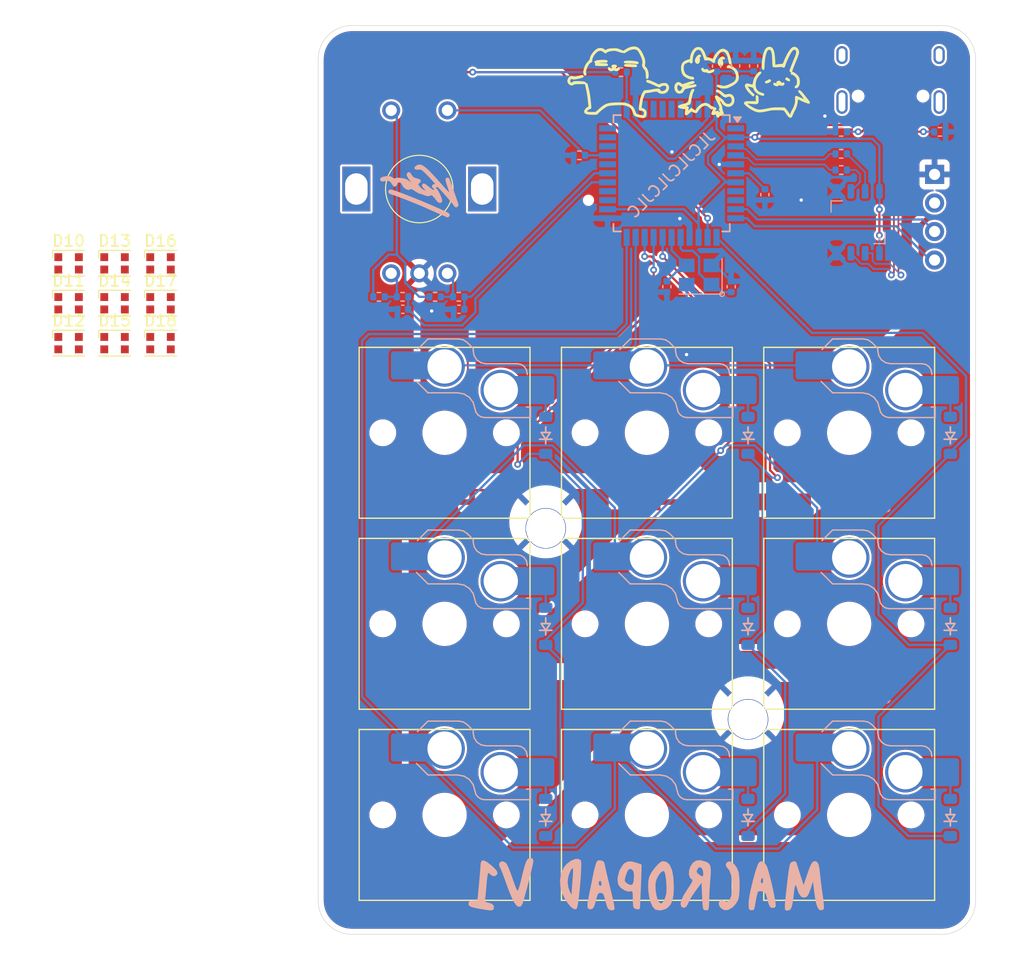
<source format=kicad_pcb>
(kicad_pcb (version 20240108) (generator "pcbnew") (generator_version "8.0")
  (layers (0 "F.Cu" signal) (31 "B.Cu" signal) (34 "B.Paste" user) (35 "F.Paste" user) (36 "B.SilkS" user "B.Silkscreen") (37 "F.SilkS" user "F.Silkscreen") (38 "B.Mask" user) (39 "F.Mask" user) (44 "Edge.Cuts" user))
  (net 0 "")
  (net 1 "VBUS")
  (net 2 "Row 0")
  (net 3 "Net-(D1-A)")
  (net 4 "Row 1")
  (net 5 "Net-(D2-A)")
  (net 6 "Row 2")
  (net 7 "Net-(D3-A)")
  (net 8 "Net-(D4-A)")
  (net 9 "Net-(D5-A)")
  (net 10 "Net-(D6-A)")
  (net 11 "Net-(D7-A)")
  (net 12 "Net-(D8-A)")
  (net 13 "Net-(D9-A)")
  (net 14 "+5V")
  (net 15 "LED Input")
  (net 16 "Net-(D10-DOUT)")
  (net 17 "Net-(D11-DOUT)")
  (net 18 "Net-(D12-DOUT)")
  (net 19 "Net-(D13-DOUT)")
  (net 20 "Net-(D14-DOUT)")
  (net 21 "Net-(D15-DOUT)")
  (net 22 "Net-(D16-DOUT)")
  (net 23 "Net-(D17-DOUT)")
  (net 25 "/USB_D-")
  (net 32 "Net-(J1-CC1)")
  (net 33 "/USB_D+")
  (net 34 "Net-(J1-CC2)")
  (net 35 "Display SDA")
  (net 36 "Display SCL")
  (net 37 "D+")
  (net 38 "D-")
  (net 39 "Net-(R6-Pad2)")
  (net 40 "Net-(R10-Pad2)")
  (net 41 "Column 0")
  (net 42 "Column 1")
  (net 43 "Column 2")
  (net 44 "RE Switch")
  (net 45 "GND")
  (net 46 "Net-(U3-UCAP)")
  (net 47 "Net-(U3-XTAL1)")
  (net 48 "Net-(U3-XTAL2)")
  (net 49 "Net-(U3-~{RESET})")
  (net 50 "/Port_Protector_D+")
  (net 51 "/Port_Protector_D-")
  (net 67 "RE A")
  (net 68 "RE B")
  (footprint "ScottoKeebs_Hotswap:Hotswap_Choc_V1_Plated_1.00u" (layer "F.Cu") (at 124.15 83.7)
    (property "Reference" "S1" (hide yes))
    (property "Value" "Keyswitch")
  )
  (footprint "ScottoKeebs_Hotswap:Hotswap_Choc_V1_Plated_1.00u" (layer "F.Cu") (at 160.15 83.7)
    (property "Reference" "S3" (hide yes))
    (property "Value" "Keyswitch")
  )
  (footprint "Button_Switch_SMD:SW_Tactile_TSB008A2530A" (layer "F.Cu") (at 120.15 55.6125)
    (property "Reference" "SW1" (hide yes))
    (property "Value" "SW_Push")
  )
  (footprint "LED_SMD:LED_WS2812B-2020_PLCC4_2.0x2.0mm" (layer "F.Cu") (at 98.875 72.175)
    (property "Reference" "D17")
    (property "Value" "WS2812B-2020")
  )
  (footprint "ScottoKeebs_Hotswap:Hotswap_Choc_V1_Plated_1.00u" (layer "F.Cu") (at 142.15 83.7)
    (property "Reference" "S2" (hide yes))
    (property "Value" "Keyswitch")
  )
  (footprint "Rotary_Encoder:RotaryEncoder_Bourns_PEC11R-4xxxF-Sxxxx" (layer "F.Cu") (at 121.9 72.5125)
    (property "Reference" "SW2" (hide yes))
    (property "Value" "RotaryEncoder_Switch")
  )
  (footprint "LED_SMD:LED_WS2812B-2020_PLCC4_2.0x2.0mm" (layer "F.Cu") (at 90.695 68.625)
    (property "Reference" "D10")
    (property "Value" "WS2812B-2020")
  )
  (footprint "MountingHole:MountingHole_KB" (layer "F.Cu") (at 151.15 109.2)
    (property "Reference" "H1")
    (property "Value" "MountingHole_Pad")
  )
  (footprint "LED_SMD:LED_WS2812B-2020_PLCC4_2.0x2.0mm" (layer "F.Cu") (at 98.875 75.725)
    (property "Reference" "D18")
    (property "Value" "WS2812B-2020")
  )
  (footprint "LED_SMD:LED_WS2812B-2020_PLCC4_2.0x2.0mm" (layer "F.Cu") (at 90.695 75.725)
    (property "Reference" "D12")
    (property "Value" "WS2812B-2020")
  )
  (footprint "ScottoKeebs_Hotswap:Hotswap_Choc_V1_Plated_1.00u" (layer "F.Cu") (at 142.15 117.7)
    (property "Reference" "S8" (hide yes))
    (property "Value" "Keyswitch")
  )
  (footprint "ScottoKeebs_Hotswap:Hotswap_Choc_V1_Plated_1.00u" (layer "F.Cu") (at 160.15 117.7)
    (property "Reference" "S9" (hide yes))
    (property "Value" "Keyswitch")
  )
  (footprint "ScottoKeebs_Components:USB_C_HRO_TYPE-C-31-M-12" (layer "F.Cu") (at 163.83 51.1425 180)
    (property "Reference" "J1" (hide yes))
    (property "Value" "USB_C_Receptacle_USB2.0_16P")
  )
  (footprint "LOGO" (layer "F.Cu") (at 145.85 52.5125)
    (property "Reference" "G***" (hide yes))
    (property "Value" "LOGO" (hide yes))
  )
  (footprint "LED_SMD:LED_WS2812B-2020_PLCC4_2.0x2.0mm" (layer "F.Cu") (at 90.695 72.175)
    (property "Reference" "D11")
    (property "Value" "WS2812B-2020")
  )
  (footprint "LED_SMD:LED_WS2812B-2020_PLCC4_2.0x2.0mm" (layer "F.Cu") (at 94.785 75.725)
    (property "Reference" "D15")
    (property "Value" "WS2812B-2020")
  )
  (footprint "LED_SMD:LED_WS2812B-2020_PLCC4_2.0x2.0mm" (layer "F.Cu") (at 98.875 68.625)
    (property "Reference" "D16")
    (property "Value" "WS2812B-2020")
  )
  (footprint "Display:SSD1306_LCD_Display_128x32" (layer "F.Cu") (at 150.5875 73.2625)
    (property "Reference" "J2" (hide yes))
    (property "Value" "Display")
  )
  (footprint "ScottoKeebs_Hotswap:Hotswap_Choc_V1_Plated_1.00u" (layer "F.Cu") (at 142.15 100.7)
    (property "Reference" "S5" (hide yes))
    (property "Value" "Keyswitch")
  )
  (footprint "ScottoKeebs_Hotswap:Hotswap_Choc_V1_Plated_1.00u" (layer "F.Cu") (at 124.15 100.7)
    (property "Reference" "S4" (hide yes))
    (property "Value" "Keyswitch")
  )
  (footprint "MountingHole:MountingHole_KB" (layer "F.Cu") (at 133.15 92.2)
    (property "Reference" "H2")
    (property "Value" "MountingHole_Pad")
  )
  (footprint "ScottoKeebs_Hotswap:Hotswap_Choc_V1_Plated_1.00u" (layer "F.Cu") (at 160.15 100.7)
    (property "Reference" "S6" (hide yes))
    (property "Value" "Keyswitch")
  )
  (footprint "LED_SMD:LED_WS2812B-2020_PLCC4_2.0x2.0mm" (layer "F.Cu") (at 94.785 72.175)
    (property "Reference" "D14")
    (property "Value" "WS2812B-2020")
  )
  (footprint "ScottoKeebs_Hotswap:Hotswap_Choc_V1_Plated_1.00u" (layer "F.Cu") (at 124.15 117.7)
    (property "Reference" "S7" (hide yes))
    (property "Value" "Keyswitch")
  )
  (footprint "LED_SMD:LED_WS2812B-2020_PLCC4_2.0x2.0mm" (layer "F.Cu") (at 94.785 68.625)
    (property "Reference" "D13")
    (property "Value" "WS2812B-2020")
  )
  (footprint "Capacitor_SMD:C_0402_1005Metric" (layer "B.Cu") (at 151.65 51.0625 90)
    (property "Reference" "C1" (hide yes))
    (property "Value" "100n")
  )
  (footprint "LOGO" (layer "B.Cu") (at 142.15 124.0125 180)
    (property "Reference" "G***" (hide yes))
    (property "Value" "LOGO" (hide yes))
  )
  (footprint "ScottoKeebs_Components:Diode_SOD-123" (layer "B.Cu") (at 151.15 100.925 90)
    (property "Reference" "D5" (hide yes))
    (property "Value" "Diode")
  )
  (footprint "ScottoKeebs_Components:Diode_SOD-123" (layer "B.Cu") (at 133.15 83.925 90)
    (property "Reference" "D1" (hide yes))
    (property "Value" "Diode")
  )
  (footprint "Capacitor_SMD:C_0402_1005Metric" (layer "B.Cu") (at 150.05 51.0625 90)
    (property "Reference" "C2" (hide yes))
    (property "Value" "100n")
  )
  (footprint "Connector_USB:USB_Port_Protector_USB6B1" (layer "B.Cu") (at 157.1375 64.9725 90)
    (property "Reference" "U1" (hide yes))
    (property "Value" "USB6B1")
  )
  (footprint "Package_QFP:TQFP-44_10x10mm_P0.8mm" (layer "B.Cu") (at 144.35 60.6125 180)
    (property "Reference" "U3" (hide yes))
    (property "Value" "ATmega32U4-A")
  )
  (footprint "Resistor_SMD:R_0402_1005Metric" (layer "B.Cu") (at 123.31 71.6025)
    (property "Reference" "R6" (hide yes))
    (property "Value" "10k")
  )
  (footprint "Resistor_SMD:R_0402_1005Metric" (layer "B.Cu") (at 159.44 58.8825 180)
    (property "Reference" "R3" (hide yes))
    (property "Value" "22")
  )
  (footprint "Resistor_SMD:R_0402_1005Metric" (layer "B.Cu") (at 159.44 60.3225)
    (property "Reference" "R2" (hide yes))
    (property "Value" "22")
  )
  (footprint "Resistor_SMD:R_0402_1005Metric" (layer "B.Cu") (at 118.31 71.6025)
    (property "Reference" "R8" (hide yes))
    (property "Value" "10k")
  )
  (footprint "ScottoKeebs_Components:Diode_SOD-123" (layer "B.Cu") (at 169.15 100.925 90)
    (property "Reference" "D6" (hide yes))
    (property "Value" "Diode")
  )
  (footprint "Resistor_SMD:R_0402_1005Metric" (layer "B.Cu") (at 168.22 56.925)
    (property "Reference" "R4" (hide yes))
    (property "Value" "5k1")
  )
  (footprint "Capacitor_SMD:C_0402_1005Metric" (layer "B.Cu") (at 120.43 72.7125)
    (property "Reference" "C7" (hide yes))
    (property "Value" "10n")
  )
  (footprint "Resistor_SMD:R_0402_1005Metric" (layer "B.Cu") (at 159.44 56.925 180)
    (property "Reference" "R5" (hide yes))
    (property "Value" "5k1")
  )
  (footprint "ScottoKeebs_Components:Diode_SOD-123" (layer "B.Cu") (at 169.15 83.925 90)
    (property "Reference" "D3" (hide yes))
    (property "Value" "Diode")
  )
  (footprint "ScottoKeebs_Components:Diode_SOD-123" (layer "B.Cu") (at 133.15 100.925 90)
    (property "Reference" "D4" (hide yes))
    (property "Value" "Diode")
  )
  (footprint "LOGO" (layer "B.Cu") (at 121.9 62.2125 180)
    (property "Reference" "G***" (hide yes))
    (property "Value" "LOGO" (hide yes))
  )
  (footprint "ScottoKeebs_Components:Diode_SOD-123" (layer "B.Cu") (at 151.15 83.925 90)
    (property "Reference" "D2" (hide yes))
    (property "Value" "Diode")
  )
  (footprint "Capacitor_SMD:C_0402_1005Metric" (layer "B.Cu") (at 152.65 62.5125 -90)
    (property "Reference" "C4" (hide yes))
    (property "Value" "1u")
  )
  (footprint "ScottoKeebs_Components:Diode_SOD-123" (layer "B.Cu") (at 169.15 117.925 90)
    (property "Reference" "D9" (hide yes))
    (property "Value" "Diode")
  )
  (footprint "Capacitor_SMD:C_0402_1005Metric" (layer "B.Cu") (at 149.65 70.7025 90)
    (property "Reference" "C6" (hide yes))
    (property "Value" "12p")
  )
  (footprint "Capacitor_SMD:C_0402_1005Metric" (layer "B.Cu") (at 125.43 72.7125)
    (property "Reference" "C9" (hide yes))
    (property "Value" "10n")
  )
  (footprint "Capacitor_SMD:C_0402_1005Metric" (layer "B.Cu") (at 148.35 51.0825 90)
    (property "Reference" "C3" (hide yes))
    (property "Value" "100n")
  )
  (footprint "ScottoKeebs_Components:Diode_SOD-123" (layer "B.Cu") (at 151.15 117.925 90)
    (property "Reference" "D8" (hide yes))
    (property "Value" "Diode")
  )
  (footprint "Resistor_SMD:R_0402_1005Metric" (layer "B.Cu") (at 125.41 71.6025)
    (property "Reference" "R9" (hide yes))
    (property "Value" "10k")
  )
  (footprint "Resistor_SMD:R_0402_1005Metric" (layer "B.Cu") (at 139.85 51.6125)
    (property "Reference" "R1" (hide yes))
    (property "Value" "10k")
  )
  (footprint "Resistor_SMD:R_0402_1005Metric" (layer "B.Cu") (at 120.41 71.6025 180)
    (property "Reference" "R10" (hide yes))
    (property "Value" "10k")
  )
  (footprint "Crystal:Crystal_SMD_X322516MLB4SI" (layer "B.Cu") (at 146.79 73.7625 180)
    (property "Reference" "Y1" (hide yes))
    (property "Value" "16mghz")
  )
  (footprint "Capacitor_SMD:C_0402_1005Metric" (layer "B.Cu") (at 143.93 70.7025 -90)
    (property "Reference" "C5" (hide yes))
    (property "Value" "12p")
  )
  (footprint "Resistor_SMD:R_0402_1005Metric" (layer "B.Cu") (at 136.14 59.0125 180)
    (property "Reference" "R7" (hide yes))
    (property "Value" "10k")
  )
  (footprint "ScottoKeebs_Components:Diode_SOD-123" (layer "B.Cu") (at 133.15 117.925 90)
    (property "Reference" "D7" (hide yes))
    (property "Value" "Diode")
  )
  (gr_line (start 115.9 128.325) (end 168.4 128.325) (stroke (width 0.05)) (layer "Edge.Cuts"))
  (gr_arc (start 112.9 50.47) (mid 113.77868 48.34868) (end 115.9 47.47) (stroke (width 0.05)) (layer "Edge.Cuts"))
  (gr_arc (start 171.4 125.325) (mid 170.52132 127.44632) (end 168.4 128.325) (stroke (width 0.05)) (layer "Edge.Cuts"))
  (gr_line (start 171.4 125.325) (end 171.4 50.47) (stroke (width 0.05)) (layer "Edge.Cuts"))
  (gr_line (start 168.4 47.47) (end 115.9 47.47) (stroke (width 0.05)) (layer "Edge.Cuts"))
  (gr_line (start 112.9 50.47) (end 112.9 125.325) (stroke (width 0.05)) (layer "Edge.Cuts"))
  (gr_arc (start 168.4 47.47) (mid 170.52132 48.34868) (end 171.4 50.47) (stroke (width 0.05)) (layer "Edge.Cuts"))
  (gr_arc (start 115.9 128.325) (mid 113.77868 127.44632) (end 112.9 125.325) (stroke (width 0.05)) (layer "Edge.Cuts"))
  (gr_text "JLCJLCJLCJLC" (at 148.45 57.4125 45) (layer "B.SilkS") (effects (font (size 1 1)) (justify left bottom mirror)))
  (segment (start 161.08 56.3125) (end 161.38 56.0125) (width 0.2) (layer "F.Cu") (net 1))
  (segment (start 166.28 55.1875) (end 166.28 54.5425) (width 0.2) (layer "F.Cu") (net 1))
  (segment (start 162.65 53.3125) (end 161.38 54.5825) (width 0.2) (layer "F.Cu") (net 1))
  (segment (start 151.75 57.4125) (end 152.85 56.3125) (width 0.2) (layer "F.Cu") (net 1))
  (segment (start 166.28 54.5425) (end 165.05 53.3125) (width 0.2) (layer "F.Cu") (net 1))
  (segment (start 152.85 56.3125) (end 161.08 56.3125) (width 0.2) (layer "F.Cu") (net 1))
  (segment (start 162.8375 63.8225) (end 162.8375 66.1225) (width 0.2) (layer "F.Cu") (net 1))
  (segment (start 161.38 54.5825) (end 161.38 55.1875) (width 0.2) (layer "F.Cu") (net 1))
  (segment (start 165.05 53.3125) (end 162.65 53.3125) (width 0.2) (layer "F.Cu") (net 1))
  (segment (start 161.38 56.0125) (end 161.38 55.1875) (width 0.2) (layer "F.Cu") (net 1))
  (via (at 151.75 57.4125) (size 0.6) (drill 0.3) (layers "F.Cu" "B.Cu") (net 1))
  (via (at 162.8375 66.1225) (size 0.6) (drill 0.3) (layers "F.Cu" "B.Cu") (net 1))
  (via (at 162.8375 63.8225) (size 0.6) (drill 0.3) (layers "F.Cu" "B.Cu") (net 1))
  (segment (start 147.5875 59.75) (end 149.25 61.4125) (width 0.2) (layer "B.Cu") (net 1))
  (segment (start 146.75 65.1125) (end 145.45 63.8125) (width 0.2) (layer "B.Cu") (net 1))
  (segment (start 148.35 55.6125) (end 144.65 59.3125) (width 0.2) (layer "B.Cu") (net 1))
  (segment (start 144.65 59.3125) (end 144.05 59.3125) (width 0.2) (layer "B.Cu") (net 1))
  (segment (start 151.75 57.4125) (end 150.05 57.4125) (width 0.2) (layer "B.Cu") (net 1))
  (segment (start 150.05 57.4125) (end 149.225 57.4125) (width 0.2) (layer "B.Cu") (net 1))
  (segment (start 151.65 51.5425) (end 148.37 51.5425) (width 0.2) (layer "B.Cu") (net 1))
  (segment (start 149.225 57.4125) (end 147.5875 59.05) (width 0.2) (layer "B.Cu") (net 1))
  (segment (start 149.25 61.4125) (end 150.05 61.4125) (width 0.2) (layer "B.Cu") (net 1))
  (segment (start 148.35 56.6625) (end 148.35 54.9125) (width 0.2) (layer "B.Cu") (net 1))
  (segment (start 148.35 51.5625) (end 148.35 54.9125) (width 0.2) (layer "B.Cu") (net 1))
  (segment (start 162.8375 58.1725) (end 162.21 57.545) (width 0.2) (layer "B.Cu") (net 1))
  (segment (start 162.8375 62.2225) (end 162.8375 63.8225) (width 0.2) (layer "B.Cu") (net 1))
  (segment (start 140.35 54.9125) (end 140.35 51.6225) (width 0.2) (layer "B.Cu") (net 1))
  (segment (start 145.45 63.8125) (end 138.65 63.8125) (width 0.2) (layer "B.Cu") (net 1))
  (segment (start 150.05 57.4125) (end 149.1 57.4125) (width 0.2) (layer "B.Cu") (net 1))
  (segment (start 147.5875 59.05) (end 147.5875 59.75) (width 0.2) (layer "B.Cu") (net 1))
  (segment (start 162.8375 66.1225) (end 162.8375 67.7225) (width 0.2) (layer "B.Cu") (net 1))
  (segment (start 146.75 66.3125) (end 146.75 65.1125) (width 0.2) (layer "B.Cu") (net 1))
  (segment (start 148.35 54.9125) (end 148.35 55.6125) (width 0.2) (layer "B.Cu") (net 1))
  (segment (start 144.05 59.3125) (end 140.35 55.6125) (width 0.2) (layer "B.Cu") (net 1))
  (segment (start 162.8375 62.2225) (end 162.8375 58.1725) (width 0.2) (layer "B.Cu") (net 1))
  (segment (start 149.1 61.4125) (end 146.75 63.7625) (width 0.2) (layer "B.Cu") (net 1))
  (segment (start 150.05 61.4125) (end 149.1 61.4125) (width 0.2) (layer "B.Cu") (net 1))
  (segment (start 151.8825 57.545) (end 151.75 57.4125) (width 0.2) (layer "B.Cu") (net 1))
  (segment (start 148.37 51.5425) (end 148.35 51.5625) (width 0.2) (layer "B.Cu") (net 1))
  (segment (start 140.35 51.6225) (end 140.36 51.6125) (width 0.2) (layer "B.Cu") (net 1))
  (segment (start 140.35 55.6125) (end 140.35 54.9125) (width 0.2) (layer "B.Cu") (net 1))
  (segment (start 146.75 63.7625) (end 146.75 66.3125) (width 0.2) (layer "B.Cu") (net 1))
  (segment (start 162.21 57.545) (end 151.8825 57.545) (width 0.2) (layer "B.Cu") (net 1))
  (segment (start 149.1 57.4125) (end 148.35 56.6625) (width 0.2) (layer "B.Cu") (net 1))
  (segment (start 142.75 72.438478) (end 130.65 84.538478) (width 0.2) (layer "F.Cu") (net 2))
  (segment (start 130.65 84.538478) (end 130.65 86.5125) (width 0.2) (layer "F.Cu") (net 2))
  (segment (start 142.75 69.2125) (end 142.75 72.438478) (width 0.2) (layer "F.Cu") (net 2))
  (via (at 130.65 86.5125) (size 0.6) (drill 0.3) (layers "F.Cu" "B.Cu") (net 2))
  (via (at 142.75 69.2125) (size 0.6) (drill 0.3) (layers "F.Cu" "B.Cu") (net 2))
  (segment (start 136.45 88.875) (end 136.45 98.825) (width 0.2) (layer "B.Cu") (net 2))
  (segment (start 131.5875 85.575) (end 130.65 86.5125) (width 0.2) (layer "B.Cu") (net 2))
  (segment (start 134.45 103.875) (end 134.45 118.275) (width 0.2) (layer "B.Cu") (net 2))
  (segment (start 133.15 102.125) (end 133.15 102.575) (width 0.2) (layer "B.Cu") (net 2))
  (segment (start 133.15 85.575) (end 136.45 88.875) (width 0.2) (layer "B.Cu") (net 2))
  (segment (start 142.75 69.2125) (end 142.75 66.3125) (width 0.2) (layer "B.Cu") (net 2))
  (segment (start 133.15 102.575) (end 134.45 103.875) (width 0.2) (layer "B.Cu") (net 2))
  (segment (start 136.45 98.825) (end 133.15 102.125) (width 0.2) (layer "B.Cu") (net 2))
  (segment (start 134.45 118.275) (end 133.15 119.575) (width 0.2) (layer "B.Cu") (net 2))
  (segment (start 133.15 85.575) (end 131.5875 85.575) (width 0.2) (layer "B.Cu") (net 2))
  (segment (start 132 79.9) (end 133.15 81.05) (width 0.2) (layer "B.Cu") (net 3))
  (segment (start 133.15 81.05) (end 133.15 82.275) (width 0.2) (layer "B.Cu") (net 3))
  (segment (start 153.11 87.034834) (end 153.768833 87.693667) (width 0.2) (layer "F.Cu") (net 4))
  (segment (start 153.11 77.5725) (end 153.11 87.034834) (width 0.2) (layer "F.Cu") (net 4))
  (segment (start 143.55 68.0125) (end 153.11 77.5725) (width 0.2) (layer "F.Cu") (net 4))
  (via (at 153.768833 87.693667) (size 0.6) (drill 0.3) (layers "F.Cu" "B.Cu") (net 4))
  (via (at 143.55 68.0125) (size 0.6) (drill 0.3) (layers "F.Cu" "B.Cu") (net 4))
  (segment (start 153.768833 87.693667) (end 153.268667 87.693667) (width 0.2) (layer "B.Cu") (net 4))
  (segment (start 154.45 115.825) (end 151.15 119.125) (width 0.2) (layer "B.Cu") (net 4))
  (segment (start 151.15 119.125) (end 151.15 119.575) (width 0.2) (layer "B.Cu") (net 4))
  (segment (start 153.268667 87.693667) (end 151.15 85.575) (width 0.2) (layer "B.Cu") (net 4))
  (segment (start 151.15 85.575) (end 152.45 86.875) (width 0.2) (layer "B.Cu") (net 4))
  (segment (start 151.15 102.575) (end 154.45 105.875) (width 0.2) (layer "B.Cu") (net 4))
  (segment (start 152.45 86.875) (end 152.45 101.275) (width 0.2) (layer "B.Cu") (net 4))
  (segment (start 154.45 105.875) (end 154.45 115.825) (width 0.2) (layer "B.Cu") (net 4))
  (segment (start 152.45 101.275) (end 151.15 102.575) (width 0.2) (layer "B.Cu") (net 4))
  (segment (start 143.55 68.0125) (end 143.55 66.3125) (width 0.2) (layer "B.Cu") (net 4))
  (segment (start 150 79.9) (end 151.15 81.05) (width 0.2) (layer "B.Cu") (net 5))
  (segment (start 151.15 81.05) (end 151.15 82.275) (width 0.2) (layer "B.Cu") (net 5))
  (segment (start 169.15 102.575) (end 162.75 108.975) (width 0.2) (layer "B.Cu") (net 6))
  (segment (start 162.75 108.975) (end 162.75 116.919239) (width 0.2) (layer "B.Cu") (net 6))
  (segment (start 162.75 91.975) (end 162.75 99.869239) (width 0.2) (layer "B.Cu") (net 6))
  (segment (start 169.15 85.575) (end 162.75 91.975) (width 0.2) (layer "B.Cu") (net 6))
  (segment (start 165.405761 119.575) (end 169.15 119.575) (width 0.2) (layer "B.Cu") (net 6))
  (segment (start 170.55 78.651378) (end 166.711122 74.8125) (width 0.2) (layer "B.Cu") (net 6))
  (segment (start 156.85 74.8125) (end 148.35 66.3125) (width 0.2) (layer "B.Cu") (net 6))
  (segment (start 166.711122 74.8125) (end 156.85 74.8125) (width 0.2) (layer "B.Cu") (net 6))
  (segment (start 170.55 84.0125) (end 170.55 78.651378) (width 0.2) (layer "B.Cu") (net 6))
  (segment (start 162.75 99.869239) (end 165.455761 102.575) (width 0.2) (layer "B.Cu") (net 6))
  (segment (start 165.455761 102.575) (end 169.15 102.575) (width 0.2) (layer "B.Cu") (net 6))
  (segment (start 169.15 85.575) (end 169.15 85.4125) (width 0.2) (layer "B.Cu") (net 6))
  (segment (start 169.15 85.4125) (end 170.55 84.0125) (width 0.2) (layer "B.Cu") (net 6))
  (segment (start 162.75 116.919239) (end 165.405761 119.575) (width 0.2) (layer "B.Cu") (net 6))
  (segment (start 168 79.9) (end 169.15 81.05) (width 0.2) (layer "B.Cu") (net 7))
  (segment (start 169.15 81.05) (end 169.15 82.275) (width 0.2) (layer "B.Cu") (net 7))
  (segment (start 133.15 98.05) (end 133.15 99.275) (width 0.2) (layer "B.Cu") (net 8))
  (segment (start 132 96.9) (end 133.15 98.05) (width 0.2) (layer "B.Cu") (net 8))
  (segment (start 150 96.9) (end 151.15 98.05) (width 0.2) (layer "B.Cu") (net 9))
  (segment (start 151.15 98.05) (end 151.15 99.275) (width 0.2) (layer "B.Cu") (net 9))
  (segment (start 168 96.9) (end 169.15 98.05) (width 0.2) (layer "B.Cu") (net 10))
  (segment (start 169.15 98.05) (end 169.15 99.275) (width 0.2) (layer "B.Cu") (net 10))
  (segment (start 133.15 115.05) (end 133.15 116.275) (width 0.2) (layer "B.Cu") (net 11))
  (segment (start 132 113.9) (end 133.15 115.05) (width 0.2) (layer "B.Cu") (net 11))
  (segment (start 151.15 115.05) (end 151.15 116.275) (width 0.2) (layer "B.Cu") (net 12))
  (segment (start 150 113.9) (end 151.15 115.05) (width 0.2) (layer "B.Cu") (net 12))
  (segment (start 168 113.9) (end 169.15 115.05) (width 0.2) (layer "B.Cu") (net 13))
  (segment (start 169.15 115.05) (end 169.15 116.275) (width 0.2) (layer "B.Cu") (net 13))
  (segment (start 117.79 71.6125) (end 117.8 71.6025) (width 0.2) (layer "B.Cu") (net 14))
  (segment (start 122.8 71.6025) (end 121.92 71.6025) (width 0.2) (layer "B.Cu") (net 14))
  (segment (start 121.92 71.6025) (end 121.91 71.6125) (width 0.2) (layer "B.Cu") (net 14))
  (segment (start 119.9 55.5125) (end 119.9 67.85) (width 0.2) (layer "B.Cu") (net 14))
  (segment (start 119.9 67.85) (end 120.65 68.6) (width 0.2) (layer "B.Cu") (net 14))
  (segment (start 120.65 68.6) (end 120.65 70.3525) (width 0.2) (layer "B.Cu") (net 14))
  (segment (start 119.1625 67.85) (end 117.8 69.2125) (width 0.2) (layer "B.Cu") (net 14))
  (segment (start 119.9 67.85) (end 119.1625 67.85) (width 0.2) (layer "B.Cu") (net 14))
  (segment (start 119.4 55.0125) (end 119.9 55.5125) (width 0.2) (layer "B.Cu") (net 14))
  (segment (start 117.8 69.2125) (end 117.8 71.6025) (width 0.2) (layer "B.Cu") (net 14))
  (segment (start 120.65 70.3525) (end 121.91 71.6125) (width 0.2) (layer "B.Cu") (net 14))
  (segment (start 164.53 69.4375) (end 164.755 69.6625) (width 0.15) (layer "F.Cu") (net 25))
  (segment (start 164.58 55.1875) (end 164.58 56.275001) (width 0.15) (layer "F.Cu") (net 25))
  (segment (start 163.58 54.2125) (end 163.63 54.1625) (width 0.15) (layer "F.Cu") (net 25))
  (segment (start 163.63 54.1625) (end 164.53 54.1625) (width 0.15) (layer "F.Cu") (net 25))
  (segment (start 164.53 56.325001) (end 164.53 69.4375) (width 0.15) (layer "F.Cu") (net 25))
  (segment (start 164.53 54.1625) (end 164.58 54.2125) (width 0.15) (layer "F.Cu") (net 25))
  (segment (start 164.58 54.2125) (end 164.58 55.1875) (width 0.15) (layer "F.Cu") (net 25))
  (segment (start 163.58 55.1875) (end 163.58 54.2125) (width 0.15) (layer "F.Cu") (net 25))
  (segment (start 164.58 56.275001) (end 164.53 56.325001) (width 0.15) (layer "F.Cu") (net 25))
  (via (at 164.755 69.6625) (size 0.6) (drill 0.3) (layers "F.Cu" "B.Cu") (net 25))
  (segment (start 162.2375 67.7225) (end 161.5675 67.7225) (width 0.15) (layer "B.Cu") (net 25))
  (segment (start 162.2375 68.413052) (end 162.2375 67.7225) (width 0.15) (layer "B.Cu") (net 25))
  (segment (start 162.496948 68.6725) (end 162.2375 68.413052) (width 0.15) (layer "B.Cu") (net 25))
  (segment (start 163.765 68.6725) (end 162.496948 68.6725) (width 0.15) (layer "B.Cu") (net 25))
  (segment (start 164.755 69.6625) (end 163.765 68.6725) (width 0.15) (layer "B.Cu") (net 25))
  (segment (start 165.08 55.1875) (end 165.08 56.1625) (width 0.2) (layer "F.Cu") (net 32))
  (segment (start 165.83 56.9125) (end 166.75 56.9125) (width 0.2) (layer "F.Cu") (net 32))
  (segment (start 165.08 56.1625) (end 165.83 56.9125) (width 0.2) (layer "F.Cu") (net 32))
  (via (at 166.75 56.9125) (size 0.6) (drill 0.3) (layers "F.Cu" "B.Cu") (net 32))
  (segment (start 167.6975 56.9125) (end 167.71 56.925) (width 0.2) (layer "B.Cu") (net 32))
  (segment (start 166.75 56.9125) (end 167.6975 56.9125) (width 0.2) (layer "B.Cu") (net 32))
  (segment (start 164.03 56.2125) (end 164.08 56.1625) (width 0.15) (layer "F.Cu") (net 33))
  (segment (start 164.13 69.4375) (end 163.905 69.6625) (width 0.15) (layer "F.Cu") (net 33))
  (segment (start 163.08 55.1875) (end 163.08 56.1625) (width 0.15) (layer "F.Cu") (net 33))
  (segment (start 163.08 56.1625) (end 163.13 56.2125) (width 0.15) (layer "F.Cu") (net 33))
  (segment (start 164.13 56.325001) (end 164.13 69.4375) (width 0.15) (layer "F.Cu") (net 33))
  (segment (start 164.08 56.1625) (end 164.08 55.1875) (width 0.15) (layer "F.Cu") (net 33))
  (segment (start 163.13 56.2125) (end 164.03 56.2125) (width 0.15) (layer "F.Cu") (net 33))
  (segment (start 164.08 56.275001) (end 164.13 56.325001) (width 0.15) (layer "F.Cu") (net 33))
  (segment (start 164.08 55.1875) (end 164.08 56.275001) (width 0.15) (layer "F.Cu") (net 33))
  (via (at 163.905 69.6625) (size 0.6) (drill 0.3) (layers "F.Cu" "B.Cu") (net 33))
  (segment (start 163.578583 69.12248) (end 162.31056 69.12248) (width 0.15) (layer "B.Cu") (net 33))
  (segment (start 161.86058 68.6725) (end 161.226948 68.6725) (width 0.15) (layer "B.Cu") (net 33))
  (segment (start 160.7475 68.1725) (end 160.2975 67.7225) (width 0.15) (layer "B.Cu") (net 33))
  (segment (start 160.7475 68.193052) (end 160.7475 68.1725) (width 0.15) (layer "B.Cu") (net 33))
  (segment (start 161.226948 68.6725) (end 160.7475 68.193052) (width 0.15) (layer "B.Cu") (net 33))
  (segment (start 162.31056 69.12248) (end 161.86058 68.6725) (width 0.15) (layer "B.Cu") (net 33))
  (segment (start 163.905 69.448897) (end 163.578583 69.12248) (width 0.15) (layer "B.Cu") (net 33))
  (segment (start 163.905 69.6625) (end 163.905 69.448897) (width 0.15) (layer "B.Cu") (net 33))
  (segment (start 162.08 55.1875) (end 162.08 56.1125) (width 0.2) (layer "F.Cu") (net 34))
  (segment (start 161.28 56.9125) (end 160.95 56.9125) (width 0.2) (layer "F.Cu") (net 34))
  (segment (start 162.08 56.1125) (end 161.28 56.9125) (width 0.2) (layer "F.Cu") (net 34))
  (via (at 160.95 56.9125) (size 0.6) (drill 0.3) (layers "F.Cu" "B.Cu") (net 34))
  (segment (start 159.9625 56.9125) (end 159.95 56.925) (width 0.2) (layer "B.Cu") (net 34))
  (segment (start 160.95 56.9125) (end 159.9625 56.9125) (width 0.2) (layer "B.Cu") (net 34))
  (segment (start 150.05 64.6125) (end 151.05 64.6125) (width 0.2) (layer "B.Cu") (net 35))
  (segment (start 164.34 65.3225) (end 167.35 68.3325) (width 0.2) (layer "B.Cu") (net 35))
  (segment (start 151.76 65.3225) (end 164.34 65.3225) (width 0.2) (layer "B.Cu") (net 35))
  (segment (start 151.05 64.6125) (end 151.76 65.3225) (width 0.2) (layer "B.Cu") (net 35))
  (segment (start 167.35 68.3325) (end 167.7475 68.3325) (width 0.2) (layer "B.Cu") (net 35))
  (segment (start 151.9725 64.7225) (end 166.6775 64.7225) (width 0.2) (layer "B.Cu") (net 36))
  (segment (start 150.05 63.8125) (end 151.0625 63.8125) (width 0.2) (layer "B.Cu") (net 36))
  (segment (start 151.0625 63.8125) (end 151.9725 64.7225) (width 0.2) (layer "B.Cu") (net 36))
  (segment (start 166.6775 64.7225) (end 167.7475 65.7925) (width 0.2) (layer "B.Cu") (net 36))
  (segment (start 160.2975 62.2225) (end 160.9675 61.5525) (width 0.15) (layer "B.Cu") (net 37))
  (segment (start 161.117499 60.686396) (end 160.753603 60.3225) (width 0.15) (layer "B.Cu") (net 37))
  (segment (start 160.753603 60.3225) (end 159.95 60.3225) (width 0.15) (layer "B.Cu") (net 37))
  (segment (start 160.9675 61.531948) (end 161.117499 61.381949) (width 0.15) (layer "B.Cu") (net 37))
  (segment (start 161.117499 61.381949) (end 161.117499 60.686396) (width 0.15) (layer "B.Cu") (net 37))
  (segment (start 160.9675 61.5525) (end 160.9675 61.531948) (width 0.15) (layer "B.Cu") (net 37))
  (segment (start 161.5675 62.2225) (end 161.5675 60.5) (width 0.15) (layer "B.Cu") (net 38))
  (segment (start 161.5675 60.5) (end 159.95 58.8825) (width 0.15) (layer "B.Cu") (net 38))
  (segment (start 124.9 71.6025) (end 124.9 70.0125) (width 0.2) (layer "B.Cu") (net 39))
  (segment (start 124.9 71.6025) (end 123.82 71.6025) (width 0.2) (layer "B.Cu") (net 39))
  (segment (start 124.9 70.0125) (end 124.4 69.5125) (width 0.2) (layer "B.Cu") (net 39))
  (segment (start 119.9 71.6025) (end 119.9 70.0125) (width 0.2) (layer "B.Cu") (net 40))
  (segment (start 119.9 70.0125) (end 119.4 69.5125) (width 0.2) (layer "B.Cu") (net 40))
  (segment (start 119.9 71.6025) (end 118.82 71.6025) (width 0.2) (layer "B.Cu") (net 40))
  (segment (start 139.3 77.7) (end 157.3 77.7) (width 0.2) (layer "B.Cu") (net 41))
  (segment (start 141.15 75.85) (end 139.3 77.7) (width 0.2) (layer "B.Cu") (net 41))
  (segment (start 121.3 77.7) (end 139.3 77.7) (width 0.2) (layer "B.Cu") (net 41))
  (segment (start 141.15 66.3125) (end 141.15 75.85) (width 0.2) (layer "B.Cu") (net 41))
  (segment (start 142.55 68.0125) (end 149.81 75.2725) (width 0.2) (layer "F.Cu") (net 42))
  (segment (start 149.81 75.2725) (end 149.81 84.19) (width 0.2) (layer "F.Cu") (net 42))
  (segment (start 141.95 68.0125) (end 142.55 68.0125) (width 0.2) (layer "F.Cu") (net 42))
  (segment (start 149.81 84.19) (end 148.71875 85.28125) (width 0.2) (layer "F.Cu") (net 42))
  (via (at 148.71875 85.28125) (size 0.6) (drill 0.3) (layers "F.Cu" "B.Cu") (net 42))
  (via (at 141.95 68.0125) (size 0.6) (drill 0.3) (layers "F.Cu" "B.Cu") (net 42))
  (segment (start 139.3 90.376304) (end 139.3 94.7) (width 0.2) (layer "B.Cu") (net 42))
  (segment (start 139.3 94.7) (end 149.175 84.825) (width 0.2) (layer "B.Cu") (net 42))
  (segment (start 157.3 90.376304) (end 157.3 94.7) (width 0.2) (layer "B.Cu") (net 42))
  (segment (start 121.3 94.7) (end 131.175 84.825) (width 0.2) (layer "B.Cu") (net 42))
  (segment (start 133.748696 84.825) (end 139.3 90.376304) (width 0.2) (layer "B.Cu") (net 42))
  (segment (start 131.175 84.825) (end 133.748696 84.825) (width 0.2) (layer "B.Cu") (net 42))
  (segment (start 149.175 84.825) (end 151.748696 84.825) (width 0.2) (layer "B.Cu") (net 42))
  (segment (start 151.748696 84.825) (end 157.3 90.376304) (width 0.2) (layer "B.Cu") (net 42))
  (segment (start 148.71875 85.28125) (end 149.175 84.825) (width 0.2) (layer "B.Cu") (net 42))
  (segment (start 141.95 68.0125) (end 141.95 66.3125) (width 0.2) (layer "B.Cu") (net 42))
  (segment (start 140.35 66.3125) (end 140.35 74.0125) (width 0.2) (layer "B.Cu") (net 43))
  (segment (start 121.35 111.7) (end 130.25 120.6) (width 0.2) (layer "B.Cu") (net 43))
  (segment (start 117.41 74.9125) (end 116.81 75.5125) (width 0.2) (layer "B.Cu") (net 43))
  (segment (start 139.3 117.15) (end 139.3 111.7) (width 0.2) (layer "B.Cu") (net 43))
  (segment (start 130.25 120.6) (end 135.85 120.6) (width 0.2) (layer "B.Cu") (net 43))
  (segment (start 139.3 111.7) (end 148.3 120.7) (width 0.2) (layer "B.Cu") (net 43))
  (segment (start 140.35 74.0125) (end 139.45 74.9125) (width 0.2) (layer "B.Cu") (net 43))
  (segment (start 116.81 75.5125) (end 116.81 107.21) (width 0.2) (layer "B.Cu") (net 43))
  (segment (start 135.85 120.6) (end 139.3 117.15) (width 0.2) (layer "B.Cu") (net 43))
  (segment (start 116.81 107.21) (end 121.3 111.7) (width 0.2) (layer "B.Cu") (net 43))
  (segment (start 139.45 74.9125) (end 117.41 74.9125) (width 0.2) (layer "B.Cu") (net 43))
  (segment (start 157.3 117.25) (end 157.3 111.7) (width 0.2) (layer "B.Cu") (net 43))
  (segment (start 148.3 120.7) (end 153.85 120.7) (width 0.2) (layer "B.Cu") (net 43))
  (segment (start 121.3 111.7) (end 121.35 111.7) (width 0.2) (layer "B.Cu") (net 43))
  (segment (start 153.85 120.7) (end 157.3 117.25) (width 0.2) (layer "B.Cu") (net 43))
  (segment (start 136.65 59.0125) (end 132.65 55.0125) (width 0.2) (layer "B.Cu") (net 44))
  (segment (start 132.65 55.0125) (end 124.4 55.0125) (width 0.2) (layer "B.Cu") (net 44))
  (segment (start 138.65 59.0125) (end 136.65 59.0125) (width 0.2) (layer "B.Cu") (net 44))
  (segment (start 160.145 55.6225) (end 160.58 55.1875) (width 0.2) (layer "F.Cu") (net 45))
  (segment (start 157.9875 55.5225) (end 158.0875 55.6225) (width 0.2) (layer "F.Cu") (net 45))
  (segment (start 158.0875 55.6225) (end 160.145 55.6225) (width 0.2) (layer "F.Cu") (net 45))
  (via (at 123 72.865625) (size 0.6) (drill 0.3) (layers "F.Cu" "B.Cu") (net 45))
  (via (at 157.9875 55.5225) (size 0.6) (drill 0.3) (layers "F.Cu" "B.Cu") (net 45))
  (via (at 145.68 76.7425) (size 0.6) (drill 0.3) (layers "F.Cu" "B.Cu") (net 45))
  (via (at 144.374265 58.7125) (size 0.6) (drill 0.3) (layers "F.Cu" "B.Cu") (net 45))
  (via (at 148.5875 59.8225) (size 0.6) (drill 0.3) (layers "F.Cu" "B.Cu") (net 45))
  (via (at 155.88 62.995625) (size 0.6) (drill 0.3) (layers "F.Cu" "B.Cu") (net 45))
  (via (at 145.08 64.6425) (size 0.6) (drill 0.3) (layers "F.Cu" "B.Cu") (net 45))
  (segment (start 147.89 68.8125) (end 148.24 68.8125) (width 0.2) (layer "B.Cu") (net 45))
  (segment (start 145.95 65.5125) (end 145.08 64.6425) (width 0.2) (layer "B.Cu") (net 45))
  (segment (start 144.575 58.7125) (end 147.55 55.7375) (width 0.2) (layer "B.Cu") (net 45))
  (segment (start 144.374265 58.7125) (end 144.575 58.7125) (width 0.2) (layer "B.Cu") (net 45))
  (segment (start 158.93 56.465) (end 157.9875 55.5225) (width 0.2) (layer "B.Cu") (net 45))
  (segment (start 145.69 76.7325) (end 145.68 76.7425) (width 0.2) (layer "B.Cu") (net 45))
  (segment (start 150.05 59.8125) (end 148.5975 59.8125) (width 0.2) (layer "B.Cu") (net 45))
  (segment (start 144.374265 58.7125) (end 144.125 58.7125) (width 0.2) (layer "B.Cu") (net 45))
  (segment (start 144.125 58.7125) (end 141.15 55.7375) (width 0.2) (layer "B.Cu") (net 45))
  (segment (start 148.24 68.8125) (end 149.65 70.2225) (width 0.2) (layer "B.Cu") (net 45))
  (segment (start 141.15 55.7375) (end 141.15 54.9125) (width 0.2) (layer "B.Cu") (net 45))
  (segment (start 148.5975 59.8125) (end 148.5875 59.8225) (width 0.2) (layer "B.Cu") (net 45))
  (segment (start 145.69 70.5125) (end 145.69 76.7325) (width 0.2) (layer "B.Cu") (net 45))
  (segment (start 147.55 55.7375) (end 147.55 54.9125) (width 0.2) (layer "B.Cu") (net 45))
  (segment (start 145.95 66.3125) (end 145.95 65.5125) (width 0.2) (layer "B.Cu") (net 45))
  (segment (start 158.93 56.925) (end 158.93 56.465) (width 0.2) (layer "B.Cu") (net 45))
  (segment (start 152.65 62.0325) (end 151.23 60.6125) (width 0.2) (layer "B.Cu") (net 46))
  (segment (start 151.23 60.6125) (end 150.05 60.6125) (width 0.2) (layer "B.Cu") (net 46))
  (segment (start 143.93 70.2225) (end 145.34 68.8125) (width 0.2) (layer "B.Cu") (net 47))
  (segment (start 145.34 68.8125) (end 145.69 68.8125) (width 0.2) (layer "B.Cu") (net 47))
  (segment (start 145.69 68.8125) (end 144.35 67.4725) (width 0.2) (layer "B.Cu") (net 47))
  (segment (start 144.35 67.4725) (end 144.35 66.3125) (width 0.2) (layer "B.Cu") (net 47))
  (segment (start 146.25 67.5125) (end 146.8 68.0625) (width 0.2) (layer "B.Cu") (net 48))
  (segment (start 149.65 71.1825) (end 148.84 71.1825) (width 0.2) (layer "B.Cu") (net 48))
  (segment (start 148.84 71.1825) (end 148.17 70.5125) (width 0.2) (layer "B.Cu") (net 48))
  (segment (start 146.8 68.0625) (end 146.8 69.5225) (width 0.2) (layer "B.Cu") (net 48))
  (segment (start 145.15 66.3125) (end 145.15 67.3125) (width 0.2) (layer "B.Cu") (net 48))
  (segment (start 145.35 67.5125) (end 146.25 67.5125) (width 0.2) (layer "B.Cu") (net 48))
  (segment (start 146.8 69.5225) (end 147.79 70.5125) (width 0.2) (layer "B.Cu") (net 48))
  (segment (start 145.15 67.3125) (end 145.35 67.5125) (width 0.2) (layer "B.Cu") (net 48))
  (segment (start 148.17 70.5125) (end 147.89 70.5125) (width 0.2) (layer "B.Cu") (net 48))
  (segment (start 147.79 70.5125) (end 147.89 70.5125) (width 0.2) (layer "B.Cu") (net 48))
  (segment (start 134.55 51.6125) (end 147.55 64.6125) (width 0.2) (layer "F.Cu") (net 49))
  (segment (start 126.65 51.6125) (end 124.025 51.6125) (width 0.2) (layer "F.Cu") (net 49))
  (segment (start 126.65 51.6125) (end 134.55 51.6125) (width 0.2) (layer "F.Cu") (net 49))
  (via (at 126.65 51.6125) (size 0.6) (drill 0.3) (layers "F.Cu" "B.Cu") (net 49))
  (via (at 147.55 64.6125) (size 0.6) (drill 0.3) (layers "F.Cu" "B.Cu") (net 49))
  (segment (start 147.55 66.3125) (end 147.55 64.6125) (width 0.2) (layer "B.Cu") (net 49))
  (segment (start 139.34 51.6125) (end 126.65 51.6125) (width 0.2) (layer "B.Cu") (net 49))
  (segment (start 150.438603 59.2375) (end 150.213603 59.0125) (width 0.15) (layer "B.Cu") (net 50))
  (segment (start 157.954999 59.8275) (end 151.69 59.8275) (width 0.15) (layer "B.Cu") (net 50))
  (segment (start 151.69 59.8275) (end 151.1 59.2375) (width 0.15) (layer "B.Cu") (net 50))
  (segment (start 151.1 59.2375) (end 150.438603 59.2375) (width 0.15) (layer "B.Cu") (net 50))
  (segment (start 158.449999 60.3225) (end 157.954999 59.8275) (width 0.15) (layer "B.Cu") (net 50))
  (segment (start 150.213603 59.0125) (end 150.05 59.0125) (width 0.15) (layer "B.Cu") (net 50))
  (segment (start 158.93 60.3225) (end 158.449999 60.3225) (width 0.15) (layer "B.Cu") (net 50))
  (segment (start 150.275 58.4375) (end 150.05 58.2125) (width 0.15) (layer "B.Cu") (net 51))
  (segment (start 151.876368 59.3775) (end 150.936368 58.4375) (width 0.15) (layer "B.Cu") (net 51))
  (segment (start 157.954999 59.3775) (end 151.876368 59.3775) (width 0.15) (layer "B.Cu") (net 51))
  (segment (start 158.449999 58.8825) (end 157.954999 59.3775) (width 0.15) (layer "B.Cu") (net 51))
  (segment (start 158.93 58.8825) (end 158.449999 58.8825) (width 0.15) (layer "B.Cu") (net 51))
  (segment (start 150.936368 58.4375) (end 150.275 58.4375) (width 0.15) (layer "B.Cu") (net 51))
  (segment (start 125.72 74.1425) (end 126.894314 72.968186) (width 0.2) (layer "B.Cu") (net 67))
  (segment (start 122.34 74.1425) (end 125.72 74.1425) (width 0.2) (layer "B.Cu") (net 67))
  (segment (start 120.91 72.7125) (end 120.91 71.6125) (width 0.2) (layer "B.Cu") (net 67))
  (segment (start 126.894314 71.768186) (end 137.25 61.4125) (width 0.2) (layer "B.Cu") (net 67))
  (segment (start 137.25 61.4125) (end 138.65 61.4125) (width 0.2) (layer "B.Cu") (net 67))
  (segment (start 120.91 71.6125) (end 120.92 71.6025) (width 0.2) (layer "B.Cu") (net 67))
  (segment (start 120.91 72.7125) (end 122.34 74.1425) (width 0.2) (layer "B.Cu") (net 67))
  (segment (start 126.894314 72.968186) (end 126.894314 71.768186) (width 0.2) (layer "B.Cu") (net 67))
  (segment (start 125.91 72.7125) (end 125.91 71.6125) (width 0.2) (layer "B.Cu") (net 68))
  (segment (start 137.484314 60.6125) (end 126.494314 71.6025) (width 0.2) (layer "B.Cu") (net 68))
  (segment (start 125.91 71.6125) (end 125.92 71.6025) (width 0.2) (layer "B.Cu") (net 68))
  (segment (start 126.494314 71.6025) (end 125.92 71.6025) (width 0.2) (layer "B.Cu") (net 68))
  (segment (start 138.65 60.6125) (end 137.484314 60.6125) (width 0.2) (layer "B.Cu") (net 68))
  (zone (net 45) (net_name "GND") (layers "F&B.Cu") (connect_pads (clearance 0.2)) (min_thickness 0.15) (fill yes (thermal_gap 0.5) (thermal_bridge_width 0.5))
    (polygon (pts (xy 110.65 45.45) (xy 110.65 130.45) (xy 173.65 130.45) (xy 173.65 45.45)))
  )
)
</source>
